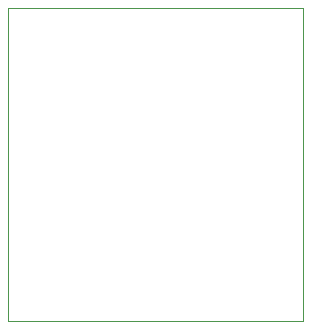
<source format=gbr>
G04 #@! TF.GenerationSoftware,KiCad,Pcbnew,(5.1.5-0-10_14)*
G04 #@! TF.CreationDate,2020-09-14T21:43:17+01:00*
G04 #@! TF.ProjectId,SelectPCB,53656c65-6374-4504-9342-2e6b69636164,rev?*
G04 #@! TF.SameCoordinates,Original*
G04 #@! TF.FileFunction,Profile,NP*
%FSLAX46Y46*%
G04 Gerber Fmt 4.6, Leading zero omitted, Abs format (unit mm)*
G04 Created by KiCad (PCBNEW (5.1.5-0-10_14)) date 2020-09-14 21:43:17*
%MOMM*%
%LPD*%
G04 APERTURE LIST*
%ADD10C,0.050000*%
G04 APERTURE END LIST*
D10*
X166000000Y-85500000D02*
X141000000Y-85500000D01*
X166000000Y-112000000D02*
X166000000Y-85500000D01*
X141000000Y-112000000D02*
X166000000Y-112000000D01*
X141000000Y-85500000D02*
X141000000Y-112000000D01*
M02*

</source>
